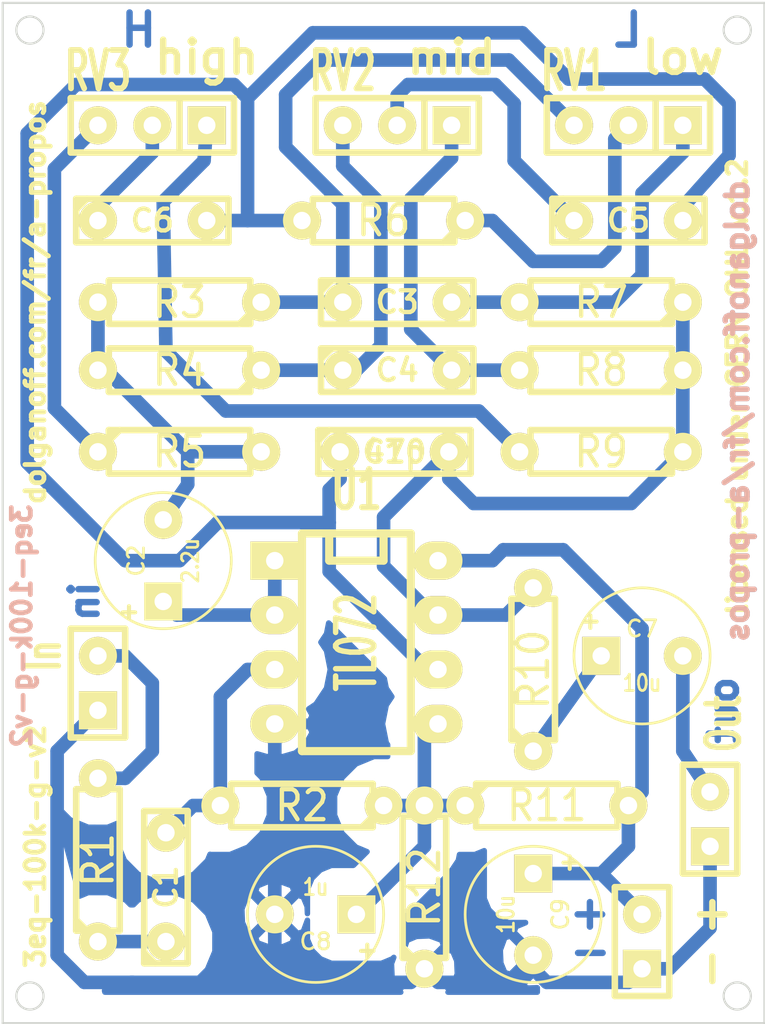
<source format=kicad_pcb>
(kicad_pcb (version 4) (host pcbnew "(2014-08-26 BZR 5101)-product")

  (general
    (links 46)
    (no_connects 0)
    (area 112.328325 75.97 148.005001 123.901708)
    (thickness 1.6)
    (drawings 26)
    (tracks 143)
    (zones 0)
    (modules 29)
    (nets 22)
  )

  (page A4)
  (layers
    (0 F.Cu signal)
    (31 B.Cu signal)
    (32 B.Adhes user hide)
    (33 F.Adhes user hide)
    (34 B.Paste user hide)
    (35 F.Paste user hide)
    (36 B.SilkS user)
    (37 F.SilkS user)
    (38 B.Mask user)
    (39 F.Mask user)
    (40 Dwgs.User user)
    (41 Cmts.User user hide)
    (42 Eco1.User user hide)
    (43 Eco2.User user hide)
    (44 Edge.Cuts user)
    (45 Margin user hide)
    (46 B.CrtYd user hide)
    (47 F.CrtYd user hide)
    (48 B.Fab user hide)
    (49 F.Fab user hide)
  )

  (setup
    (last_trace_width 0.635)
    (trace_clearance 0.508)
    (zone_clearance 1.27)
    (zone_45_only no)
    (trace_min 0.254)
    (segment_width 0.2)
    (edge_width 0.1)
    (via_size 0.889)
    (via_drill 0.635)
    (via_min_size 0.889)
    (via_min_drill 0.508)
    (uvia_size 0.508)
    (uvia_drill 0.127)
    (uvias_allowed no)
    (uvia_min_size 0.508)
    (uvia_min_drill 0.127)
    (pcb_text_width 0.3)
    (pcb_text_size 1.5 1.5)
    (mod_edge_width 0.15)
    (mod_text_size 1 1)
    (mod_text_width 0.15)
    (pad_size 1.5 1.5)
    (pad_drill 0.6)
    (pad_to_mask_clearance 0)
    (aux_axis_origin 0 0)
    (visible_elements 7FFDFFFF)
    (pcbplotparams
      (layerselection 0x00020_00000000)
      (usegerberextensions false)
      (excludeedgelayer false)
      (linewidth 0.100000)
      (plotframeref false)
      (viasonmask false)
      (mode 1)
      (useauxorigin false)
      (hpglpennumber 1)
      (hpglpenspeed 20)
      (hpglpendiameter 15)
      (hpglpenoverlay 2)
      (psnegative false)
      (psa4output false)
      (plotreference false)
      (plotvalue true)
      (plotinvisibletext true)
      (padsonsilk false)
      (subtractmaskfromsilk false)
      (outputformat 4)
      (mirror false)
      (drillshape 0)
      (scaleselection 1)
      (outputdirectory ""))
  )

  (net 0 "")
  (net 1 "Net-(C1-Pad1)")
  (net 2 "Net-(C1-Pad2)")
  (net 3 "Net-(C2-Pad1)")
  (net 4 "Net-(C2-Pad2)")
  (net 5 "Net-(C3-Pad1)")
  (net 6 "Net-(C3-Pad2)")
  (net 7 "Net-(C4-Pad1)")
  (net 8 "Net-(C4-Pad2)")
  (net 9 "Net-(C5-Pad1)")
  (net 10 "Net-(C6-Pad1)")
  (net 11 "Net-(C7-Pad1)")
  (net 12 "Net-(C7-Pad2)")
  (net 13 vRef)
  (net 14 GND)
  (net 15 v+)
  (net 16 "Net-(P1-Pad2)")
  (net 17 "Net-(R5-Pad1)")
  (net 18 "Net-(R6-Pad1)")
  (net 19 "Net-(R9-Pad2)")
  (net 20 "Net-(C10-Pad1)")
  (net 21 "Net-(C10-Pad2)")

  (net_class Default "This is the default net class."
    (clearance 0.508)
    (trace_width 0.635)
    (via_dia 0.889)
    (via_drill 0.635)
    (uvia_dia 0.508)
    (uvia_drill 0.127)
    (add_net GND)
    (add_net "Net-(C1-Pad1)")
    (add_net "Net-(C1-Pad2)")
    (add_net "Net-(C10-Pad1)")
    (add_net "Net-(C10-Pad2)")
    (add_net "Net-(C2-Pad1)")
    (add_net "Net-(C2-Pad2)")
    (add_net "Net-(C3-Pad1)")
    (add_net "Net-(C3-Pad2)")
    (add_net "Net-(C4-Pad1)")
    (add_net "Net-(C4-Pad2)")
    (add_net "Net-(C5-Pad1)")
    (add_net "Net-(C6-Pad1)")
    (add_net "Net-(C7-Pad1)")
    (add_net "Net-(C7-Pad2)")
    (add_net "Net-(P1-Pad2)")
    (add_net "Net-(R5-Pad1)")
    (add_net "Net-(R6-Pad1)")
    (add_net "Net-(R9-Pad2)")
    (add_net v+)
    (add_net vRef)
  )

  (module Custom:C2-LARGE_PADS (layer F.Cu) (tedit 51B5A1DF) (tstamp 53FDE2E0)
    (at 120.015 117.475 90)
    (descr "Condensateur = 2 pas")
    (tags C)
    (path /53FDBB5C)
    (fp_text reference C1 (at 0 0 90) (layer F.SilkS)
      (effects (font (size 1.016 1.016) (thickness 0.2032)))
    )
    (fp_text value 0.1u (at 0 0 90) (layer F.SilkS) hide
      (effects (font (size 1.016 1.016) (thickness 0.2032)))
    )
    (fp_line (start -3.556 -1.016) (end 3.556 -1.016) (layer F.SilkS) (width 0.3048))
    (fp_line (start 3.556 -1.016) (end 3.556 1.016) (layer F.SilkS) (width 0.3048))
    (fp_line (start 3.556 1.016) (end -3.556 1.016) (layer F.SilkS) (width 0.3048))
    (fp_line (start -3.556 1.016) (end -3.556 -1.016) (layer F.SilkS) (width 0.3048))
    (fp_line (start -3.556 -0.508) (end -3.048 -1.016) (layer F.SilkS) (width 0.3048))
    (pad 1 thru_hole circle (at -2.54 0 90) (size 1.778 1.778) (drill 0.8128) (layers *.Cu *.Mask F.SilkS)
      (net 1 "Net-(C1-Pad1)"))
    (pad 2 thru_hole circle (at 2.54 0 90) (size 1.778 1.778) (drill 0.8128) (layers *.Cu *.Mask F.SilkS)
      (net 2 "Net-(C1-Pad2)"))
    (model discret/capa_2pas_5x5mm.wrl
      (at (xyz 0 0 0))
      (scale (xyz 1 1 1))
      (rotate (xyz 0 0 0))
    )
  )

  (module Custom:C1.5V7-LARGE_PADS (layer F.Cu) (tedit 53FDDD10) (tstamp 53FDE2E8)
    (at 119.888 102.235 90)
    (descr "Condensateur e = 1.5 pas")
    (tags C)
    (path /53FE7685)
    (fp_text reference C2 (at 0 -1.26746 90) (layer F.SilkS)
      (effects (font (size 0.762 0.762) (thickness 0.127)))
    )
    (fp_text value 2.2u (at 0 1.27 90) (layer F.SilkS)
      (effects (font (size 0.762 0.635) (thickness 0.127)))
    )
    (fp_text user + (at -2.413 -1.651 90) (layer F.SilkS)
      (effects (font (size 0.762 0.762) (thickness 0.2032)))
    )
    (fp_circle (center 0 0) (end 0.127 -3.175) (layer F.SilkS) (width 0.127))
    (pad 1 thru_hole rect (at -1.905 0 90) (size 1.778 1.778) (drill 0.8128) (layers *.Cu *.Mask F.SilkS)
      (net 3 "Net-(C2-Pad1)"))
    (pad 2 thru_hole circle (at 1.905 0 90) (size 1.778 1.778) (drill 0.8128) (layers *.Cu *.Mask F.SilkS)
      (net 4 "Net-(C2-Pad2)"))
    (model discret/c_vert_c1v5.wrl
      (at (xyz 0 0 0))
      (scale (xyz 1.5 1.5 1.5))
      (rotate (xyz 0 0 0))
    )
  )

  (module Custom:C2-LARGE_PADS (layer F.Cu) (tedit 51B5A1DF) (tstamp 53FDE2F3)
    (at 130.81 90.17)
    (descr "Condensateur = 2 pas")
    (tags C)
    (path /53FDC2BE)
    (fp_text reference C3 (at 0 0) (layer F.SilkS)
      (effects (font (size 1.016 1.016) (thickness 0.2032)))
    )
    (fp_text value 10n (at 0 0) (layer F.SilkS) hide
      (effects (font (size 1.016 1.016) (thickness 0.2032)))
    )
    (fp_line (start -3.556 -1.016) (end 3.556 -1.016) (layer F.SilkS) (width 0.3048))
    (fp_line (start 3.556 -1.016) (end 3.556 1.016) (layer F.SilkS) (width 0.3048))
    (fp_line (start 3.556 1.016) (end -3.556 1.016) (layer F.SilkS) (width 0.3048))
    (fp_line (start -3.556 1.016) (end -3.556 -1.016) (layer F.SilkS) (width 0.3048))
    (fp_line (start -3.556 -0.508) (end -3.048 -1.016) (layer F.SilkS) (width 0.3048))
    (pad 1 thru_hole circle (at -2.54 0) (size 1.778 1.778) (drill 0.8128) (layers *.Cu *.Mask F.SilkS)
      (net 5 "Net-(C3-Pad1)"))
    (pad 2 thru_hole circle (at 2.54 0) (size 1.778 1.778) (drill 0.8128) (layers *.Cu *.Mask F.SilkS)
      (net 6 "Net-(C3-Pad2)"))
    (model discret/capa_2pas_5x5mm.wrl
      (at (xyz 0 0 0))
      (scale (xyz 1 1 1))
      (rotate (xyz 0 0 0))
    )
  )

  (module Custom:C2-LARGE_PADS (layer F.Cu) (tedit 51B5A1DF) (tstamp 53FDE2FE)
    (at 130.81 93.345)
    (descr "Condensateur = 2 pas")
    (tags C)
    (path /53FDC47C)
    (fp_text reference C4 (at 0 0) (layer F.SilkS)
      (effects (font (size 1.016 1.016) (thickness 0.2032)))
    )
    (fp_text value 1.5n (at 0 0) (layer F.SilkS) hide
      (effects (font (size 1.016 1.016) (thickness 0.2032)))
    )
    (fp_line (start -3.556 -1.016) (end 3.556 -1.016) (layer F.SilkS) (width 0.3048))
    (fp_line (start 3.556 -1.016) (end 3.556 1.016) (layer F.SilkS) (width 0.3048))
    (fp_line (start 3.556 1.016) (end -3.556 1.016) (layer F.SilkS) (width 0.3048))
    (fp_line (start -3.556 1.016) (end -3.556 -1.016) (layer F.SilkS) (width 0.3048))
    (fp_line (start -3.556 -0.508) (end -3.048 -1.016) (layer F.SilkS) (width 0.3048))
    (pad 1 thru_hole circle (at -2.54 0) (size 1.778 1.778) (drill 0.8128) (layers *.Cu *.Mask F.SilkS)
      (net 7 "Net-(C4-Pad1)"))
    (pad 2 thru_hole circle (at 2.54 0) (size 1.778 1.778) (drill 0.8128) (layers *.Cu *.Mask F.SilkS)
      (net 8 "Net-(C4-Pad2)"))
    (model discret/capa_2pas_5x5mm.wrl
      (at (xyz 0 0 0))
      (scale (xyz 1 1 1))
      (rotate (xyz 0 0 0))
    )
  )

  (module Custom:C2-LARGE_PADS (layer F.Cu) (tedit 51B5A1DF) (tstamp 53FDE309)
    (at 141.605 86.36)
    (descr "Condensateur = 2 pas")
    (tags C)
    (path /53FDCAA8)
    (fp_text reference C5 (at 0 0) (layer F.SilkS)
      (effects (font (size 1.016 1.016) (thickness 0.2032)))
    )
    (fp_text value 6.8n (at 0 0) (layer F.SilkS) hide
      (effects (font (size 1.016 1.016) (thickness 0.2032)))
    )
    (fp_line (start -3.556 -1.016) (end 3.556 -1.016) (layer F.SilkS) (width 0.3048))
    (fp_line (start 3.556 -1.016) (end 3.556 1.016) (layer F.SilkS) (width 0.3048))
    (fp_line (start 3.556 1.016) (end -3.556 1.016) (layer F.SilkS) (width 0.3048))
    (fp_line (start -3.556 1.016) (end -3.556 -1.016) (layer F.SilkS) (width 0.3048))
    (fp_line (start -3.556 -0.508) (end -3.048 -1.016) (layer F.SilkS) (width 0.3048))
    (pad 1 thru_hole circle (at -2.54 0) (size 1.778 1.778) (drill 0.8128) (layers *.Cu *.Mask F.SilkS)
      (net 9 "Net-(C5-Pad1)"))
    (pad 2 thru_hole circle (at 2.54 0) (size 1.778 1.778) (drill 0.8128) (layers *.Cu *.Mask F.SilkS)
      (net 20 "Net-(C10-Pad1)"))
    (model discret/capa_2pas_5x5mm.wrl
      (at (xyz 0 0 0))
      (scale (xyz 1 1 1))
      (rotate (xyz 0 0 0))
    )
  )

  (module Custom:C2-LARGE_PADS (layer F.Cu) (tedit 51B5A1DF) (tstamp 53FDE314)
    (at 119.38 86.36)
    (descr "Condensateur = 2 pas")
    (tags C)
    (path /53FDCDDD)
    (fp_text reference C6 (at 0 0) (layer F.SilkS)
      (effects (font (size 1.016 1.016) (thickness 0.2032)))
    )
    (fp_text value 1.5n (at 0 0) (layer F.SilkS) hide
      (effects (font (size 1.016 1.016) (thickness 0.2032)))
    )
    (fp_line (start -3.556 -1.016) (end 3.556 -1.016) (layer F.SilkS) (width 0.3048))
    (fp_line (start 3.556 -1.016) (end 3.556 1.016) (layer F.SilkS) (width 0.3048))
    (fp_line (start 3.556 1.016) (end -3.556 1.016) (layer F.SilkS) (width 0.3048))
    (fp_line (start -3.556 1.016) (end -3.556 -1.016) (layer F.SilkS) (width 0.3048))
    (fp_line (start -3.556 -0.508) (end -3.048 -1.016) (layer F.SilkS) (width 0.3048))
    (pad 1 thru_hole circle (at -2.54 0) (size 1.778 1.778) (drill 0.8128) (layers *.Cu *.Mask F.SilkS)
      (net 10 "Net-(C6-Pad1)"))
    (pad 2 thru_hole circle (at 2.54 0) (size 1.778 1.778) (drill 0.8128) (layers *.Cu *.Mask F.SilkS)
      (net 20 "Net-(C10-Pad1)"))
    (model discret/capa_2pas_5x5mm.wrl
      (at (xyz 0 0 0))
      (scale (xyz 1 1 1))
      (rotate (xyz 0 0 0))
    )
  )

  (module Custom:C1.5V7-LARGE_PADS (layer F.Cu) (tedit 53FDDD10) (tstamp 53FFC72C)
    (at 142.24 106.68)
    (descr "Condensateur e = 1.5 pas")
    (tags C)
    (path /53FDE111)
    (fp_text reference C7 (at 0 -1.26746) (layer F.SilkS)
      (effects (font (size 0.762 0.762) (thickness 0.127)))
    )
    (fp_text value 10u (at 0 1.27) (layer F.SilkS)
      (effects (font (size 0.762 0.635) (thickness 0.127)))
    )
    (fp_text user + (at -2.413 -1.651) (layer F.SilkS)
      (effects (font (size 0.762 0.762) (thickness 0.2032)))
    )
    (fp_circle (center 0 0) (end 0.127 -3.175) (layer F.SilkS) (width 0.127))
    (pad 1 thru_hole rect (at -1.905 0) (size 1.778 1.778) (drill 0.8128) (layers *.Cu *.Mask F.SilkS)
      (net 11 "Net-(C7-Pad1)"))
    (pad 2 thru_hole circle (at 1.905 0) (size 1.778 1.778) (drill 0.8128) (layers *.Cu *.Mask F.SilkS)
      (net 12 "Net-(C7-Pad2)"))
    (model discret/c_vert_c1v5.wrl
      (at (xyz 0 0 0))
      (scale (xyz 1.5 1.5 1.5))
      (rotate (xyz 0 0 0))
    )
  )

  (module Custom:C1.5V7-LARGE_PADS (layer F.Cu) (tedit 53FDDD10) (tstamp 53FDE324)
    (at 127 118.745 180)
    (descr "Condensateur e = 1.5 pas")
    (tags C)
    (path /53FDFA0B)
    (fp_text reference C8 (at 0 -1.26746 180) (layer F.SilkS)
      (effects (font (size 0.762 0.762) (thickness 0.127)))
    )
    (fp_text value 1u (at 0 1.27 180) (layer F.SilkS)
      (effects (font (size 0.762 0.635) (thickness 0.127)))
    )
    (fp_text user + (at -2.413 -1.651 180) (layer F.SilkS)
      (effects (font (size 0.762 0.762) (thickness 0.2032)))
    )
    (fp_circle (center 0 0) (end 0.127 -3.175) (layer F.SilkS) (width 0.127))
    (pad 1 thru_hole rect (at -1.905 0 180) (size 1.778 1.778) (drill 0.8128) (layers *.Cu *.Mask F.SilkS)
      (net 13 vRef))
    (pad 2 thru_hole circle (at 1.905 0 180) (size 1.778 1.778) (drill 0.8128) (layers *.Cu *.Mask F.SilkS)
      (net 14 GND))
    (model discret/c_vert_c1v5.wrl
      (at (xyz 0 0 0))
      (scale (xyz 1.5 1.5 1.5))
      (rotate (xyz 0 0 0))
    )
  )

  (module Custom:C1.5V7-LARGE_PADS (layer F.Cu) (tedit 53FDDD10) (tstamp 53FDE32C)
    (at 137.16 118.745 270)
    (descr "Condensateur e = 1.5 pas")
    (tags C)
    (path /53FDFBF8)
    (fp_text reference C9 (at 0 -1.26746 270) (layer F.SilkS)
      (effects (font (size 0.762 0.762) (thickness 0.127)))
    )
    (fp_text value 10u (at 0 1.27 270) (layer F.SilkS)
      (effects (font (size 0.762 0.635) (thickness 0.127)))
    )
    (fp_text user + (at -2.413 -1.651 270) (layer F.SilkS)
      (effects (font (size 0.762 0.762) (thickness 0.2032)))
    )
    (fp_circle (center 0 0) (end 0.127 -3.175) (layer F.SilkS) (width 0.127))
    (pad 1 thru_hole rect (at -1.905 0 270) (size 1.778 1.778) (drill 0.8128) (layers *.Cu *.Mask F.SilkS)
      (net 15 v+))
    (pad 2 thru_hole circle (at 1.905 0 270) (size 1.778 1.778) (drill 0.8128) (layers *.Cu *.Mask F.SilkS)
      (net 14 GND))
    (model discret/c_vert_c1v5.wrl
      (at (xyz 0 0 0))
      (scale (xyz 1.5 1.5 1.5))
      (rotate (xyz 0 0 0))
    )
  )

  (module Custom:SIL-2-LARGE_PADS (layer F.Cu) (tedit 53FE459A) (tstamp 53FDE336)
    (at 116.84 107.95 90)
    (descr "Connecteurs 2 pins")
    (tags "CONN DEV")
    (path /53FDEDC6)
    (fp_text reference P1 (at 0 -2.54 90) (layer F.SilkS) hide
      (effects (font (size 1.72974 1.08712) (thickness 0.27178)))
    )
    (fp_text value In (at 1.27 -2.54 90) (layer F.SilkS)
      (effects (font (size 1.524 1.016) (thickness 0.254)))
    )
    (fp_line (start -2.54 1.27) (end -2.54 -1.27) (layer F.SilkS) (width 0.3048))
    (fp_line (start -2.54 -1.27) (end 2.54 -1.27) (layer F.SilkS) (width 0.3048))
    (fp_line (start 2.54 -1.27) (end 2.54 1.27) (layer F.SilkS) (width 0.3048))
    (fp_line (start 2.54 1.27) (end -2.54 1.27) (layer F.SilkS) (width 0.3048))
    (pad 1 thru_hole rect (at -1.27 0 90) (size 1.778 1.778) (drill 0.8128) (layers *.Cu *.Mask F.SilkS)
      (net 14 GND))
    (pad 2 thru_hole circle (at 1.27 0 90) (size 1.778 1.778) (drill 0.8128) (layers *.Cu *.Mask F.SilkS)
      (net 16 "Net-(P1-Pad2)"))
  )

  (module Custom:SIL-2-LARGE_PADS (layer F.Cu) (tedit 53FE45B1) (tstamp 53FDE340)
    (at 145.415 114.3 90)
    (descr "Connecteurs 2 pins")
    (tags "CONN DEV")
    (path /53FDE8A1)
    (fp_text reference P2 (at 2.54 -2.54 90) (layer F.SilkS) hide
      (effects (font (size 1.72974 1.08712) (thickness 0.27178)))
    )
    (fp_text value Out (at 4.445 0.635 90) (layer F.SilkS)
      (effects (font (size 1.524 1.016) (thickness 0.254)))
    )
    (fp_line (start -2.54 1.27) (end -2.54 -1.27) (layer F.SilkS) (width 0.3048))
    (fp_line (start -2.54 -1.27) (end 2.54 -1.27) (layer F.SilkS) (width 0.3048))
    (fp_line (start 2.54 -1.27) (end 2.54 1.27) (layer F.SilkS) (width 0.3048))
    (fp_line (start 2.54 1.27) (end -2.54 1.27) (layer F.SilkS) (width 0.3048))
    (pad 1 thru_hole rect (at -1.27 0 90) (size 1.778 1.778) (drill 0.8128) (layers *.Cu *.Mask F.SilkS)
      (net 14 GND))
    (pad 2 thru_hole circle (at 1.27 0 90) (size 1.778 1.778) (drill 0.8128) (layers *.Cu *.Mask F.SilkS)
      (net 12 "Net-(C7-Pad2)"))
  )

  (module Custom:SIL-2-LARGE_PADS (layer F.Cu) (tedit 5400644D) (tstamp 53FDE34A)
    (at 142.24 120.015 90)
    (descr "Connecteurs 2 pins")
    (tags "CONN DEV")
    (path /53FE0641)
    (fp_text reference P3 (at -2.032 -2.54 90) (layer F.SilkS) hide
      (effects (font (size 1.72974 1.08712) (thickness 0.27178)))
    )
    (fp_text value Power (at 1.397 -2.286 90) (layer F.SilkS) hide
      (effects (font (size 1.524 1.016) (thickness 0.3048)))
    )
    (fp_line (start -2.54 1.27) (end -2.54 -1.27) (layer F.SilkS) (width 0.3048))
    (fp_line (start -2.54 -1.27) (end 2.54 -1.27) (layer F.SilkS) (width 0.3048))
    (fp_line (start 2.54 -1.27) (end 2.54 1.27) (layer F.SilkS) (width 0.3048))
    (fp_line (start 2.54 1.27) (end -2.54 1.27) (layer F.SilkS) (width 0.3048))
    (pad 1 thru_hole rect (at -1.27 0 90) (size 1.778 1.778) (drill 0.8128) (layers *.Cu *.Mask F.SilkS)
      (net 14 GND))
    (pad 2 thru_hole circle (at 1.27 0 90) (size 1.778 1.778) (drill 0.8128) (layers *.Cu *.Mask F.SilkS)
      (net 15 v+))
  )

  (module Custom:R3-LARGE_PADS (layer F.Cu) (tedit 51B5A1F4) (tstamp 53FDE358)
    (at 116.84 116.205 90)
    (descr "Resitance 3 pas")
    (tags R)
    (path /53FDBB22)
    (autoplace_cost180 10)
    (fp_text reference R1 (at 0 0 90) (layer F.SilkS)
      (effects (font (size 1.397 1.27) (thickness 0.2032)))
    )
    (fp_text value 1K (at 0 0 90) (layer F.SilkS) hide
      (effects (font (size 1.397 1.27) (thickness 0.2032)))
    )
    (fp_line (start -3.81 0) (end -3.302 0) (layer F.SilkS) (width 0.3048))
    (fp_line (start 3.81 0) (end 3.302 0) (layer F.SilkS) (width 0.3048))
    (fp_line (start 3.302 0) (end 3.302 -1.016) (layer F.SilkS) (width 0.3048))
    (fp_line (start 3.302 -1.016) (end -3.302 -1.016) (layer F.SilkS) (width 0.3048))
    (fp_line (start -3.302 -1.016) (end -3.302 1.016) (layer F.SilkS) (width 0.3048))
    (fp_line (start -3.302 1.016) (end 3.302 1.016) (layer F.SilkS) (width 0.3048))
    (fp_line (start 3.302 1.016) (end 3.302 0) (layer F.SilkS) (width 0.3048))
    (fp_line (start -3.302 -0.508) (end -2.794 -1.016) (layer F.SilkS) (width 0.3048))
    (pad 1 thru_hole circle (at -3.81 0 90) (size 1.778 1.778) (drill 0.8128) (layers *.Cu *.Mask F.SilkS)
      (net 1 "Net-(C1-Pad1)"))
    (pad 2 thru_hole circle (at 3.81 0 90) (size 1.778 1.778) (drill 0.8128) (layers *.Cu *.Mask F.SilkS)
      (net 16 "Net-(P1-Pad2)"))
    (model discret/resistor.wrl
      (at (xyz 0 0 0))
      (scale (xyz 0.3 0.3 0.3))
      (rotate (xyz 0 0 0))
    )
  )

  (module Custom:R3-LARGE_PADS (layer F.Cu) (tedit 51B5A1F4) (tstamp 53FDE366)
    (at 126.365 113.665 180)
    (descr "Resitance 3 pas")
    (tags R)
    (path /53FDBBE1)
    (autoplace_cost180 10)
    (fp_text reference R2 (at 0 0 180) (layer F.SilkS)
      (effects (font (size 1.397 1.27) (thickness 0.2032)))
    )
    (fp_text value 5Meg (at 0 0 180) (layer F.SilkS) hide
      (effects (font (size 1.397 1.27) (thickness 0.2032)))
    )
    (fp_line (start -3.81 0) (end -3.302 0) (layer F.SilkS) (width 0.3048))
    (fp_line (start 3.81 0) (end 3.302 0) (layer F.SilkS) (width 0.3048))
    (fp_line (start 3.302 0) (end 3.302 -1.016) (layer F.SilkS) (width 0.3048))
    (fp_line (start 3.302 -1.016) (end -3.302 -1.016) (layer F.SilkS) (width 0.3048))
    (fp_line (start -3.302 -1.016) (end -3.302 1.016) (layer F.SilkS) (width 0.3048))
    (fp_line (start -3.302 1.016) (end 3.302 1.016) (layer F.SilkS) (width 0.3048))
    (fp_line (start 3.302 1.016) (end 3.302 0) (layer F.SilkS) (width 0.3048))
    (fp_line (start -3.302 -0.508) (end -2.794 -1.016) (layer F.SilkS) (width 0.3048))
    (pad 1 thru_hole circle (at -3.81 0 180) (size 1.778 1.778) (drill 0.8128) (layers *.Cu *.Mask F.SilkS)
      (net 13 vRef))
    (pad 2 thru_hole circle (at 3.81 0 180) (size 1.778 1.778) (drill 0.8128) (layers *.Cu *.Mask F.SilkS)
      (net 2 "Net-(C1-Pad2)"))
    (model discret/resistor.wrl
      (at (xyz 0 0 0))
      (scale (xyz 0.3 0.3 0.3))
      (rotate (xyz 0 0 0))
    )
  )

  (module Custom:R3-LARGE_PADS (layer F.Cu) (tedit 51B5A1F4) (tstamp 53FDE374)
    (at 120.65 90.17 180)
    (descr "Resitance 3 pas")
    (tags R)
    (path /53FDC007)
    (autoplace_cost180 10)
    (fp_text reference R3 (at 0 0 180) (layer F.SilkS)
      (effects (font (size 1.397 1.27) (thickness 0.2032)))
    )
    (fp_text value 22K (at 0 0 180) (layer F.SilkS) hide
      (effects (font (size 1.397 1.27) (thickness 0.2032)))
    )
    (fp_line (start -3.81 0) (end -3.302 0) (layer F.SilkS) (width 0.3048))
    (fp_line (start 3.81 0) (end 3.302 0) (layer F.SilkS) (width 0.3048))
    (fp_line (start 3.302 0) (end 3.302 -1.016) (layer F.SilkS) (width 0.3048))
    (fp_line (start 3.302 -1.016) (end -3.302 -1.016) (layer F.SilkS) (width 0.3048))
    (fp_line (start -3.302 -1.016) (end -3.302 1.016) (layer F.SilkS) (width 0.3048))
    (fp_line (start -3.302 1.016) (end 3.302 1.016) (layer F.SilkS) (width 0.3048))
    (fp_line (start 3.302 1.016) (end 3.302 0) (layer F.SilkS) (width 0.3048))
    (fp_line (start -3.302 -0.508) (end -2.794 -1.016) (layer F.SilkS) (width 0.3048))
    (pad 1 thru_hole circle (at -3.81 0 180) (size 1.778 1.778) (drill 0.8128) (layers *.Cu *.Mask F.SilkS)
      (net 5 "Net-(C3-Pad1)"))
    (pad 2 thru_hole circle (at 3.81 0 180) (size 1.778 1.778) (drill 0.8128) (layers *.Cu *.Mask F.SilkS)
      (net 4 "Net-(C2-Pad2)"))
    (model discret/resistor.wrl
      (at (xyz 0 0 0))
      (scale (xyz 0.3 0.3 0.3))
      (rotate (xyz 0 0 0))
    )
  )

  (module Custom:R3-LARGE_PADS (layer F.Cu) (tedit 51B5A1F4) (tstamp 53FDE382)
    (at 120.65 93.345 180)
    (descr "Resitance 3 pas")
    (tags R)
    (path /53FDC033)
    (autoplace_cost180 10)
    (fp_text reference R4 (at 0 0 180) (layer F.SilkS)
      (effects (font (size 1.397 1.27) (thickness 0.2032)))
    )
    (fp_text value 10K (at 0 0 180) (layer F.SilkS) hide
      (effects (font (size 1.397 1.27) (thickness 0.2032)))
    )
    (fp_line (start -3.81 0) (end -3.302 0) (layer F.SilkS) (width 0.3048))
    (fp_line (start 3.81 0) (end 3.302 0) (layer F.SilkS) (width 0.3048))
    (fp_line (start 3.302 0) (end 3.302 -1.016) (layer F.SilkS) (width 0.3048))
    (fp_line (start 3.302 -1.016) (end -3.302 -1.016) (layer F.SilkS) (width 0.3048))
    (fp_line (start -3.302 -1.016) (end -3.302 1.016) (layer F.SilkS) (width 0.3048))
    (fp_line (start -3.302 1.016) (end 3.302 1.016) (layer F.SilkS) (width 0.3048))
    (fp_line (start 3.302 1.016) (end 3.302 0) (layer F.SilkS) (width 0.3048))
    (fp_line (start -3.302 -0.508) (end -2.794 -1.016) (layer F.SilkS) (width 0.3048))
    (pad 1 thru_hole circle (at -3.81 0 180) (size 1.778 1.778) (drill 0.8128) (layers *.Cu *.Mask F.SilkS)
      (net 7 "Net-(C4-Pad1)"))
    (pad 2 thru_hole circle (at 3.81 0 180) (size 1.778 1.778) (drill 0.8128) (layers *.Cu *.Mask F.SilkS)
      (net 4 "Net-(C2-Pad2)"))
    (model discret/resistor.wrl
      (at (xyz 0 0 0))
      (scale (xyz 0.3 0.3 0.3))
      (rotate (xyz 0 0 0))
    )
  )

  (module Custom:R3-LARGE_PADS (layer F.Cu) (tedit 51B5A1F4) (tstamp 53FDE390)
    (at 120.65 97.155)
    (descr "Resitance 3 pas")
    (tags R)
    (path /53FDCD67)
    (autoplace_cost180 10)
    (fp_text reference R5 (at 0 0) (layer F.SilkS)
      (effects (font (size 1.397 1.27) (thickness 0.2032)))
    )
    (fp_text value 4.7K (at 0 0) (layer F.SilkS) hide
      (effects (font (size 1.397 1.27) (thickness 0.2032)))
    )
    (fp_line (start -3.81 0) (end -3.302 0) (layer F.SilkS) (width 0.3048))
    (fp_line (start 3.81 0) (end 3.302 0) (layer F.SilkS) (width 0.3048))
    (fp_line (start 3.302 0) (end 3.302 -1.016) (layer F.SilkS) (width 0.3048))
    (fp_line (start 3.302 -1.016) (end -3.302 -1.016) (layer F.SilkS) (width 0.3048))
    (fp_line (start -3.302 -1.016) (end -3.302 1.016) (layer F.SilkS) (width 0.3048))
    (fp_line (start -3.302 1.016) (end 3.302 1.016) (layer F.SilkS) (width 0.3048))
    (fp_line (start 3.302 1.016) (end 3.302 0) (layer F.SilkS) (width 0.3048))
    (fp_line (start -3.302 -0.508) (end -2.794 -1.016) (layer F.SilkS) (width 0.3048))
    (pad 1 thru_hole circle (at -3.81 0) (size 1.778 1.778) (drill 0.8128) (layers *.Cu *.Mask F.SilkS)
      (net 17 "Net-(R5-Pad1)"))
    (pad 2 thru_hole circle (at 3.81 0) (size 1.778 1.778) (drill 0.8128) (layers *.Cu *.Mask F.SilkS)
      (net 4 "Net-(C2-Pad2)"))
    (model discret/resistor.wrl
      (at (xyz 0 0 0))
      (scale (xyz 0.3 0.3 0.3))
      (rotate (xyz 0 0 0))
    )
  )

  (module Custom:R3-LARGE_PADS (layer F.Cu) (tedit 51B5A1F4) (tstamp 53FDE39E)
    (at 130.175 86.36 180)
    (descr "Resitance 3 pas")
    (tags R)
    (path /53FDC703)
    (autoplace_cost180 10)
    (fp_text reference R6 (at 0 0 180) (layer F.SilkS)
      (effects (font (size 1.397 1.27) (thickness 0.2032)))
    )
    (fp_text value 22K (at 0 0 180) (layer F.SilkS) hide
      (effects (font (size 1.397 1.27) (thickness 0.2032)))
    )
    (fp_line (start -3.81 0) (end -3.302 0) (layer F.SilkS) (width 0.3048))
    (fp_line (start 3.81 0) (end 3.302 0) (layer F.SilkS) (width 0.3048))
    (fp_line (start 3.302 0) (end 3.302 -1.016) (layer F.SilkS) (width 0.3048))
    (fp_line (start 3.302 -1.016) (end -3.302 -1.016) (layer F.SilkS) (width 0.3048))
    (fp_line (start -3.302 -1.016) (end -3.302 1.016) (layer F.SilkS) (width 0.3048))
    (fp_line (start -3.302 1.016) (end 3.302 1.016) (layer F.SilkS) (width 0.3048))
    (fp_line (start 3.302 1.016) (end 3.302 0) (layer F.SilkS) (width 0.3048))
    (fp_line (start -3.302 -0.508) (end -2.794 -1.016) (layer F.SilkS) (width 0.3048))
    (pad 1 thru_hole circle (at -3.81 0 180) (size 1.778 1.778) (drill 0.8128) (layers *.Cu *.Mask F.SilkS)
      (net 18 "Net-(R6-Pad1)"))
    (pad 2 thru_hole circle (at 3.81 0 180) (size 1.778 1.778) (drill 0.8128) (layers *.Cu *.Mask F.SilkS)
      (net 20 "Net-(C10-Pad1)"))
    (model discret/resistor.wrl
      (at (xyz 0 0 0))
      (scale (xyz 0.3 0.3 0.3))
      (rotate (xyz 0 0 0))
    )
  )

  (module Custom:R3-LARGE_PADS (layer F.Cu) (tedit 51B5A1F4) (tstamp 53FDE3AC)
    (at 140.335 90.17 180)
    (descr "Resitance 3 pas")
    (tags R)
    (path /53FDC2F0)
    (autoplace_cost180 10)
    (fp_text reference R7 (at 0 0 180) (layer F.SilkS)
      (effects (font (size 1.397 1.27) (thickness 0.2032)))
    )
    (fp_text value 22K (at 0 0 180) (layer F.SilkS) hide
      (effects (font (size 1.397 1.27) (thickness 0.2032)))
    )
    (fp_line (start -3.81 0) (end -3.302 0) (layer F.SilkS) (width 0.3048))
    (fp_line (start 3.81 0) (end 3.302 0) (layer F.SilkS) (width 0.3048))
    (fp_line (start 3.302 0) (end 3.302 -1.016) (layer F.SilkS) (width 0.3048))
    (fp_line (start 3.302 -1.016) (end -3.302 -1.016) (layer F.SilkS) (width 0.3048))
    (fp_line (start -3.302 -1.016) (end -3.302 1.016) (layer F.SilkS) (width 0.3048))
    (fp_line (start -3.302 1.016) (end 3.302 1.016) (layer F.SilkS) (width 0.3048))
    (fp_line (start 3.302 1.016) (end 3.302 0) (layer F.SilkS) (width 0.3048))
    (fp_line (start -3.302 -0.508) (end -2.794 -1.016) (layer F.SilkS) (width 0.3048))
    (pad 1 thru_hole circle (at -3.81 0 180) (size 1.778 1.778) (drill 0.8128) (layers *.Cu *.Mask F.SilkS)
      (net 21 "Net-(C10-Pad2)"))
    (pad 2 thru_hole circle (at 3.81 0 180) (size 1.778 1.778) (drill 0.8128) (layers *.Cu *.Mask F.SilkS)
      (net 6 "Net-(C3-Pad2)"))
    (model discret/resistor.wrl
      (at (xyz 0 0 0))
      (scale (xyz 0.3 0.3 0.3))
      (rotate (xyz 0 0 0))
    )
  )

  (module Custom:R3-LARGE_PADS (layer F.Cu) (tedit 51B5A1F4) (tstamp 53FDE3BA)
    (at 140.335 93.345 180)
    (descr "Resitance 3 pas")
    (tags R)
    (path /53FDC506)
    (autoplace_cost180 10)
    (fp_text reference R8 (at 0 0 180) (layer F.SilkS)
      (effects (font (size 1.397 1.27) (thickness 0.2032)))
    )
    (fp_text value 10K (at 0 0 180) (layer F.SilkS) hide
      (effects (font (size 1.397 1.27) (thickness 0.2032)))
    )
    (fp_line (start -3.81 0) (end -3.302 0) (layer F.SilkS) (width 0.3048))
    (fp_line (start 3.81 0) (end 3.302 0) (layer F.SilkS) (width 0.3048))
    (fp_line (start 3.302 0) (end 3.302 -1.016) (layer F.SilkS) (width 0.3048))
    (fp_line (start 3.302 -1.016) (end -3.302 -1.016) (layer F.SilkS) (width 0.3048))
    (fp_line (start -3.302 -1.016) (end -3.302 1.016) (layer F.SilkS) (width 0.3048))
    (fp_line (start -3.302 1.016) (end 3.302 1.016) (layer F.SilkS) (width 0.3048))
    (fp_line (start 3.302 1.016) (end 3.302 0) (layer F.SilkS) (width 0.3048))
    (fp_line (start -3.302 -0.508) (end -2.794 -1.016) (layer F.SilkS) (width 0.3048))
    (pad 1 thru_hole circle (at -3.81 0 180) (size 1.778 1.778) (drill 0.8128) (layers *.Cu *.Mask F.SilkS)
      (net 21 "Net-(C10-Pad2)"))
    (pad 2 thru_hole circle (at 3.81 0 180) (size 1.778 1.778) (drill 0.8128) (layers *.Cu *.Mask F.SilkS)
      (net 8 "Net-(C4-Pad2)"))
    (model discret/resistor.wrl
      (at (xyz 0 0 0))
      (scale (xyz 0.3 0.3 0.3))
      (rotate (xyz 0 0 0))
    )
  )

  (module Custom:R3-LARGE_PADS (layer F.Cu) (tedit 51B5A1F4) (tstamp 53FDE3C8)
    (at 140.335 97.155 180)
    (descr "Resitance 3 pas")
    (tags R)
    (path /53FDC064)
    (autoplace_cost180 10)
    (fp_text reference R9 (at 0 0 180) (layer F.SilkS)
      (effects (font (size 1.397 1.27) (thickness 0.2032)))
    )
    (fp_text value 4.7K (at 0 0 180) (layer F.SilkS) hide
      (effects (font (size 1.397 1.27) (thickness 0.2032)))
    )
    (fp_line (start -3.81 0) (end -3.302 0) (layer F.SilkS) (width 0.3048))
    (fp_line (start 3.81 0) (end 3.302 0) (layer F.SilkS) (width 0.3048))
    (fp_line (start 3.302 0) (end 3.302 -1.016) (layer F.SilkS) (width 0.3048))
    (fp_line (start 3.302 -1.016) (end -3.302 -1.016) (layer F.SilkS) (width 0.3048))
    (fp_line (start -3.302 -1.016) (end -3.302 1.016) (layer F.SilkS) (width 0.3048))
    (fp_line (start -3.302 1.016) (end 3.302 1.016) (layer F.SilkS) (width 0.3048))
    (fp_line (start 3.302 1.016) (end 3.302 0) (layer F.SilkS) (width 0.3048))
    (fp_line (start -3.302 -0.508) (end -2.794 -1.016) (layer F.SilkS) (width 0.3048))
    (pad 1 thru_hole circle (at -3.81 0 180) (size 1.778 1.778) (drill 0.8128) (layers *.Cu *.Mask F.SilkS)
      (net 21 "Net-(C10-Pad2)"))
    (pad 2 thru_hole circle (at 3.81 0 180) (size 1.778 1.778) (drill 0.8128) (layers *.Cu *.Mask F.SilkS)
      (net 19 "Net-(R9-Pad2)"))
    (model discret/resistor.wrl
      (at (xyz 0 0 0))
      (scale (xyz 0.3 0.3 0.3))
      (rotate (xyz 0 0 0))
    )
  )

  (module Custom:R3-LARGE_PADS (layer F.Cu) (tedit 51B5A1F4) (tstamp 53FDE3D6)
    (at 137.16 107.315 90)
    (descr "Resitance 3 pas")
    (tags R)
    (path /53FDE08B)
    (autoplace_cost180 10)
    (fp_text reference R10 (at 0 0 90) (layer F.SilkS)
      (effects (font (size 1.397 1.27) (thickness 0.2032)))
    )
    (fp_text value 500 (at 0 0 90) (layer F.SilkS) hide
      (effects (font (size 1.397 1.27) (thickness 0.2032)))
    )
    (fp_line (start -3.81 0) (end -3.302 0) (layer F.SilkS) (width 0.3048))
    (fp_line (start 3.81 0) (end 3.302 0) (layer F.SilkS) (width 0.3048))
    (fp_line (start 3.302 0) (end 3.302 -1.016) (layer F.SilkS) (width 0.3048))
    (fp_line (start 3.302 -1.016) (end -3.302 -1.016) (layer F.SilkS) (width 0.3048))
    (fp_line (start -3.302 -1.016) (end -3.302 1.016) (layer F.SilkS) (width 0.3048))
    (fp_line (start -3.302 1.016) (end 3.302 1.016) (layer F.SilkS) (width 0.3048))
    (fp_line (start 3.302 1.016) (end 3.302 0) (layer F.SilkS) (width 0.3048))
    (fp_line (start -3.302 -0.508) (end -2.794 -1.016) (layer F.SilkS) (width 0.3048))
    (pad 1 thru_hole circle (at -3.81 0 90) (size 1.778 1.778) (drill 0.8128) (layers *.Cu *.Mask F.SilkS)
      (net 11 "Net-(C7-Pad1)"))
    (pad 2 thru_hole circle (at 3.81 0 90) (size 1.778 1.778) (drill 0.8128) (layers *.Cu *.Mask F.SilkS)
      (net 21 "Net-(C10-Pad2)"))
    (model discret/resistor.wrl
      (at (xyz 0 0 0))
      (scale (xyz 0.3 0.3 0.3))
      (rotate (xyz 0 0 0))
    )
  )

  (module Custom:R3-LARGE_PADS (layer F.Cu) (tedit 51B5A1F4) (tstamp 53FDE3E4)
    (at 137.795 113.665)
    (descr "Resitance 3 pas")
    (tags R)
    (path /53FDF903)
    (autoplace_cost180 10)
    (fp_text reference R11 (at 0 0) (layer F.SilkS)
      (effects (font (size 1.397 1.27) (thickness 0.2032)))
    )
    (fp_text value 100K (at 0 0) (layer F.SilkS) hide
      (effects (font (size 1.397 1.27) (thickness 0.2032)))
    )
    (fp_line (start -3.81 0) (end -3.302 0) (layer F.SilkS) (width 0.3048))
    (fp_line (start 3.81 0) (end 3.302 0) (layer F.SilkS) (width 0.3048))
    (fp_line (start 3.302 0) (end 3.302 -1.016) (layer F.SilkS) (width 0.3048))
    (fp_line (start 3.302 -1.016) (end -3.302 -1.016) (layer F.SilkS) (width 0.3048))
    (fp_line (start -3.302 -1.016) (end -3.302 1.016) (layer F.SilkS) (width 0.3048))
    (fp_line (start -3.302 1.016) (end 3.302 1.016) (layer F.SilkS) (width 0.3048))
    (fp_line (start 3.302 1.016) (end 3.302 0) (layer F.SilkS) (width 0.3048))
    (fp_line (start -3.302 -0.508) (end -2.794 -1.016) (layer F.SilkS) (width 0.3048))
    (pad 1 thru_hole circle (at -3.81 0) (size 1.778 1.778) (drill 0.8128) (layers *.Cu *.Mask F.SilkS)
      (net 13 vRef))
    (pad 2 thru_hole circle (at 3.81 0) (size 1.778 1.778) (drill 0.8128) (layers *.Cu *.Mask F.SilkS)
      (net 15 v+))
    (model discret/resistor.wrl
      (at (xyz 0 0 0))
      (scale (xyz 0.3 0.3 0.3))
      (rotate (xyz 0 0 0))
    )
  )

  (module Custom:R3-LARGE_PADS (layer F.Cu) (tedit 51B5A1F4) (tstamp 53FDE3F2)
    (at 132.08 117.475 90)
    (descr "Resitance 3 pas")
    (tags R)
    (path /53FDF96E)
    (autoplace_cost180 10)
    (fp_text reference R12 (at 0 0 90) (layer F.SilkS)
      (effects (font (size 1.397 1.27) (thickness 0.2032)))
    )
    (fp_text value 100K (at 0 0 90) (layer F.SilkS) hide
      (effects (font (size 1.397 1.27) (thickness 0.2032)))
    )
    (fp_line (start -3.81 0) (end -3.302 0) (layer F.SilkS) (width 0.3048))
    (fp_line (start 3.81 0) (end 3.302 0) (layer F.SilkS) (width 0.3048))
    (fp_line (start 3.302 0) (end 3.302 -1.016) (layer F.SilkS) (width 0.3048))
    (fp_line (start 3.302 -1.016) (end -3.302 -1.016) (layer F.SilkS) (width 0.3048))
    (fp_line (start -3.302 -1.016) (end -3.302 1.016) (layer F.SilkS) (width 0.3048))
    (fp_line (start -3.302 1.016) (end 3.302 1.016) (layer F.SilkS) (width 0.3048))
    (fp_line (start 3.302 1.016) (end 3.302 0) (layer F.SilkS) (width 0.3048))
    (fp_line (start -3.302 -0.508) (end -2.794 -1.016) (layer F.SilkS) (width 0.3048))
    (pad 1 thru_hole circle (at -3.81 0 90) (size 1.778 1.778) (drill 0.8128) (layers *.Cu *.Mask F.SilkS)
      (net 14 GND))
    (pad 2 thru_hole circle (at 3.81 0 90) (size 1.778 1.778) (drill 0.8128) (layers *.Cu *.Mask F.SilkS)
      (net 13 vRef))
    (model discret/resistor.wrl
      (at (xyz 0 0 0))
      (scale (xyz 0.3 0.3 0.3))
      (rotate (xyz 0 0 0))
    )
  )

  (module Custom:SIL-3-LARGE_PADS (layer F.Cu) (tedit 53FE4770) (tstamp 53FDE3FE)
    (at 141.605 81.915 180)
    (descr "Connecteur 3 pins")
    (tags "CONN DEV")
    (path /53FDC298)
    (fp_text reference RV1 (at 2.54 2.54 180) (layer F.SilkS)
      (effects (font (size 1.7907 1.07696) (thickness 0.26924)))
    )
    (fp_text value "B 100K" (at 0 -2.286 180) (layer F.SilkS) hide
      (effects (font (size 1.524 1.016) (thickness 0.3048)))
    )
    (fp_line (start -3.81 1.27) (end -3.81 -1.27) (layer F.SilkS) (width 0.3048))
    (fp_line (start -3.81 -1.27) (end 3.81 -1.27) (layer F.SilkS) (width 0.3048))
    (fp_line (start 3.81 -1.27) (end 3.81 1.27) (layer F.SilkS) (width 0.3048))
    (fp_line (start 3.81 1.27) (end -3.81 1.27) (layer F.SilkS) (width 0.3048))
    (fp_line (start -1.27 -1.27) (end -1.27 1.27) (layer F.SilkS) (width 0.3048))
    (pad 1 thru_hole rect (at -2.54 0 180) (size 1.778 1.778) (drill 0.8128) (layers *.Cu *.Mask F.SilkS)
      (net 6 "Net-(C3-Pad2)"))
    (pad 2 thru_hole circle (at 0 0 180) (size 1.778 1.778) (drill 0.8128) (layers *.Cu *.Mask F.SilkS)
      (net 18 "Net-(R6-Pad1)"))
    (pad 3 thru_hole circle (at 2.54 0 180) (size 1.778 1.778) (drill 0.8128) (layers *.Cu *.Mask F.SilkS)
      (net 5 "Net-(C3-Pad1)"))
  )

  (module Custom:SIL-3-LARGE_PADS (layer F.Cu) (tedit 53FE476D) (tstamp 53FDE40A)
    (at 130.81 81.915 180)
    (descr "Connecteur 3 pins")
    (tags "CONN DEV")
    (path /53FDC4B0)
    (fp_text reference RV2 (at 2.54 2.54 180) (layer F.SilkS)
      (effects (font (size 1.7907 1.07696) (thickness 0.26924)))
    )
    (fp_text value "B 100K" (at 0 -2.286 180) (layer F.SilkS) hide
      (effects (font (size 1.524 1.016) (thickness 0.3048)))
    )
    (fp_line (start -3.81 1.27) (end -3.81 -1.27) (layer F.SilkS) (width 0.3048))
    (fp_line (start -3.81 -1.27) (end 3.81 -1.27) (layer F.SilkS) (width 0.3048))
    (fp_line (start 3.81 -1.27) (end 3.81 1.27) (layer F.SilkS) (width 0.3048))
    (fp_line (start 3.81 1.27) (end -3.81 1.27) (layer F.SilkS) (width 0.3048))
    (fp_line (start -1.27 -1.27) (end -1.27 1.27) (layer F.SilkS) (width 0.3048))
    (pad 1 thru_hole rect (at -2.54 0 180) (size 1.778 1.778) (drill 0.8128) (layers *.Cu *.Mask F.SilkS)
      (net 8 "Net-(C4-Pad2)"))
    (pad 2 thru_hole circle (at 0 0 180) (size 1.778 1.778) (drill 0.8128) (layers *.Cu *.Mask F.SilkS)
      (net 9 "Net-(C5-Pad1)"))
    (pad 3 thru_hole circle (at 2.54 0 180) (size 1.778 1.778) (drill 0.8128) (layers *.Cu *.Mask F.SilkS)
      (net 7 "Net-(C4-Pad1)"))
  )

  (module Custom:SIL-3-LARGE_PADS (layer F.Cu) (tedit 53FE476A) (tstamp 53FDE416)
    (at 119.38 81.915 180)
    (descr "Connecteur 3 pins")
    (tags "CONN DEV")
    (path /53FDCA38)
    (fp_text reference RV3 (at 2.54 2.54 180) (layer F.SilkS)
      (effects (font (size 1.7907 1.07696) (thickness 0.26924)))
    )
    (fp_text value "B 100K" (at 0 -2.286 180) (layer F.SilkS) hide
      (effects (font (size 1.524 1.016) (thickness 0.3048)))
    )
    (fp_line (start -3.81 1.27) (end -3.81 -1.27) (layer F.SilkS) (width 0.3048))
    (fp_line (start -3.81 -1.27) (end 3.81 -1.27) (layer F.SilkS) (width 0.3048))
    (fp_line (start 3.81 -1.27) (end 3.81 1.27) (layer F.SilkS) (width 0.3048))
    (fp_line (start 3.81 1.27) (end -3.81 1.27) (layer F.SilkS) (width 0.3048))
    (fp_line (start -1.27 -1.27) (end -1.27 1.27) (layer F.SilkS) (width 0.3048))
    (pad 1 thru_hole rect (at -2.54 0 180) (size 1.778 1.778) (drill 0.8128) (layers *.Cu *.Mask F.SilkS)
      (net 19 "Net-(R9-Pad2)"))
    (pad 2 thru_hole circle (at 0 0 180) (size 1.778 1.778) (drill 0.8128) (layers *.Cu *.Mask F.SilkS)
      (net 10 "Net-(C6-Pad1)"))
    (pad 3 thru_hole circle (at 2.54 0 180) (size 1.778 1.778) (drill 0.8128) (layers *.Cu *.Mask F.SilkS)
      (net 17 "Net-(R5-Pad1)"))
  )

  (module Custom:DIP-8_LARGE_PADS (layer F.Cu) (tedit 53FF0A7B) (tstamp 53FE25BF)
    (at 128.905 106.045 270)
    (descr "8 pins DIL package, elliptical pads")
    (tags DIL)
    (path /53FDBA23)
    (fp_text reference U1 (at -7.112 0 360) (layer F.SilkS)
      (effects (font (size 1.778 1.143) (thickness 0.3048)))
    )
    (fp_text value TL072 (at 0 0 270) (layer F.SilkS)
      (effects (font (size 1.778 1.016) (thickness 0.3048)))
    )
    (fp_line (start -5.08 -1.27) (end -3.81 -1.27) (layer F.SilkS) (width 0.381))
    (fp_line (start -3.81 -1.27) (end -3.81 1.27) (layer F.SilkS) (width 0.381))
    (fp_line (start -3.81 1.27) (end -5.08 1.27) (layer F.SilkS) (width 0.381))
    (fp_line (start -5.08 -2.54) (end 5.08 -2.54) (layer F.SilkS) (width 0.381))
    (fp_line (start 5.08 -2.54) (end 5.08 2.54) (layer F.SilkS) (width 0.381))
    (fp_line (start 5.08 2.54) (end -5.08 2.54) (layer F.SilkS) (width 0.381))
    (fp_line (start -5.08 2.54) (end -5.08 -2.54) (layer F.SilkS) (width 0.381))
    (pad 1 thru_hole rect (at -3.81 3.81 270) (size 1.778 2.286) (drill 0.8128) (layers *.Cu *.Mask F.SilkS)
      (net 3 "Net-(C2-Pad1)"))
    (pad 2 thru_hole oval (at -1.27 3.81 270) (size 1.778 2.286) (drill 0.8128) (layers *.Cu *.Mask F.SilkS)
      (net 3 "Net-(C2-Pad1)"))
    (pad 3 thru_hole oval (at 1.27 3.81 270) (size 1.778 2.286) (drill 0.8128) (layers *.Cu *.Mask F.SilkS)
      (net 2 "Net-(C1-Pad2)"))
    (pad 4 thru_hole oval (at 3.81 3.81 270) (size 1.778 2.286) (drill 0.8128) (layers *.Cu *.Mask F.SilkS)
      (net 14 GND))
    (pad 5 thru_hole oval (at 3.81 -3.81 270) (size 1.778 2.286) (drill 0.8128) (layers *.Cu *.Mask F.SilkS)
      (net 13 vRef))
    (pad 6 thru_hole oval (at 1.27 -3.81 270) (size 1.778 2.286) (drill 0.8128) (layers *.Cu *.Mask F.SilkS)
      (net 20 "Net-(C10-Pad1)"))
    (pad 7 thru_hole oval (at -1.27 -3.81 270) (size 1.778 2.286) (drill 0.8128) (layers *.Cu *.Mask F.SilkS)
      (net 21 "Net-(C10-Pad2)"))
    (pad 8 thru_hole oval (at -3.81 -3.81 270) (size 1.778 2.286) (drill 0.8128) (layers *.Cu *.Mask F.SilkS)
      (net 15 v+))
    (model dil/dil_8.wrl
      (at (xyz 0 0 0))
      (scale (xyz 1 1 1))
      (rotate (xyz 0 0 0))
    )
  )

  (module Custom:C2-LARGE_PADS (layer F.Cu) (tedit 53FE4528) (tstamp 54032413)
    (at 130.683 97.155)
    (descr "Condensateur = 2 pas")
    (tags C)
    (path /54033D31)
    (fp_text reference C10 (at 0 0) (layer F.SilkS)
      (effects (font (size 1.016 1.016) (thickness 0.2032)))
    )
    (fp_text value 47p (at 0 0) (layer F.SilkS)
      (effects (font (size 1.016 1.016) (thickness 0.2032)))
    )
    (fp_line (start -3.556 -1.016) (end 3.556 -1.016) (layer F.SilkS) (width 0.3048))
    (fp_line (start 3.556 -1.016) (end 3.556 1.016) (layer F.SilkS) (width 0.3048))
    (fp_line (start 3.556 1.016) (end -3.556 1.016) (layer F.SilkS) (width 0.3048))
    (fp_line (start -3.556 1.016) (end -3.556 -1.016) (layer F.SilkS) (width 0.3048))
    (fp_line (start -3.556 -0.508) (end -3.048 -1.016) (layer F.SilkS) (width 0.3048))
    (pad 1 thru_hole circle (at -2.54 0) (size 1.778 1.778) (drill 0.8128) (layers *.Cu *.Mask F.SilkS)
      (net 20 "Net-(C10-Pad1)"))
    (pad 2 thru_hole circle (at 2.54 0) (size 1.778 1.778) (drill 0.8128) (layers *.Cu *.Mask F.SilkS)
      (net 21 "Net-(C10-Pad2)"))
    (model discret/capa_2pas_5x5mm.wrl
      (at (xyz 0 0 0))
      (scale (xyz 1 1 1))
      (rotate (xyz 0 0 0))
    )
  )

  (gr_text 3eq-100k-g-v2 (at 113.919 115.57 90) (layer F.SilkS)
    (effects (font (size 0.889 0.889) (thickness 0.22225)))
  )
  (gr_text dolganoff.com/fr/a-propos (at 113.919 90.17 90) (layer F.SilkS)
    (effects (font (size 0.889 0.889) (thickness 0.22225)))
  )
  (gr_text "licensed under CERN OHL v.1.2" (at 146.685 94.107 90) (layer F.SilkS)
    (effects (font (size 0.889 0.889) (thickness 0.22225)))
  )
  (gr_text dolganoff.com/fr/a-propos (at 146.685 95.25 90) (layer B.SilkS)
    (effects (font (size 1.016 1.016) (thickness 0.254)) (justify mirror))
  )
  (gr_text 3eq-100k-g-v2 (at 113.284 105.283 90) (layer B.SilkS)
    (effects (font (size 0.889 0.889) (thickness 0.22225)) (justify mirror))
  )
  (gr_text H (at 118.745 77.47) (layer B.Cu)
    (effects (font (size 1.5 1.5) (thickness 0.3)) (justify mirror))
  )
  (gr_text L (at 141.605 77.47) (layer B.Cu)
    (effects (font (size 1.5 1.5) (thickness 0.3)) (justify mirror))
  )
  (gr_text out (at 146.05 109.22 90) (layer B.Cu)
    (effects (font (size 1.27 1.27) (thickness 0.3)) (justify mirror))
  )
  (gr_text in (at 116.205 104.14 90) (layer B.Cu)
    (effects (font (size 1.27 1.27) (thickness 0.3)) (justify mirror))
  )
  (gr_text + (at 139.7 118.745 90) (layer B.Cu)
    (effects (font (size 1.5 1.5) (thickness 0.3)) (justify mirror))
  )
  (gr_text - (at 139.827 120.65 180) (layer B.Cu)
    (effects (font (size 1.5 1.5) (thickness 0.3)) (justify mirror))
  )
  (gr_text + (at 145.415 118.745 90) (layer F.SilkS)
    (effects (font (size 1.5 1.5) (thickness 0.3)))
  )
  (gr_text - (at 145.415 121.285 90) (layer F.SilkS)
    (effects (font (size 1.5 1.5) (thickness 0.3)))
  )
  (gr_line (start 112.395 123.825) (end 147.955 123.825) (angle 90) (layer Edge.Cuts) (width 0.1))
  (gr_line (start 112.395 76.2) (end 147.955 76.2) (angle 90) (layer Edge.Cuts) (width 0.1))
  (gr_text high (at 121.92 78.74) (layer F.SilkS)
    (effects (font (size 1.5 1.5) (thickness 0.3)))
  )
  (gr_text mid (at 133.35 78.74) (layer F.SilkS)
    (effects (font (size 1.5 1.5) (thickness 0.3)))
  )
  (gr_text low (at 144.145 78.74) (layer F.SilkS)
    (effects (font (size 1.5 1.5) (thickness 0.3)))
  )
  (gr_circle (center 113.665 122.555) (end 114.3 122.555) (layer Edge.Cuts) (width 0.1))
  (gr_circle (center 146.685 122.555) (end 147.32 122.555) (layer Edge.Cuts) (width 0.1))
  (gr_circle (center 146.685 77.47) (end 146.685 78.105) (layer Edge.Cuts) (width 0.1))
  (gr_circle (center 113.665 77.47) (end 114.3 77.47) (layer Edge.Cuts) (width 0.1))
  (gr_text 3eq-100k-g-v2 (at 113.284 105.283 90) (layer B.Cu)
    (effects (font (size 0.889 0.889) (thickness 0.2032)) (justify mirror))
  )
  (gr_text dolganoff.com/fr/a-propos (at 146.685 95.25 90) (layer B.Cu)
    (effects (font (size 1.016 1.016) (thickness 0.254)) (justify mirror))
  )
  (gr_line (start 112.395 123.825) (end 112.395 76.2) (angle 90) (layer Edge.Cuts) (width 0.1))
  (gr_line (start 147.955 76.2) (end 147.955 123.825) (angle 90) (layer Edge.Cuts) (width 0.1))

  (segment (start 116.84 120.015) (end 120.015 120.015) (width 0.635) (layer B.Cu) (net 1) (status 30))
  (segment (start 120.015 114.935) (end 121.285 113.665) (width 0.635) (layer B.Cu) (net 2) (status 10))
  (segment (start 121.285 113.665) (end 122.555 113.665) (width 0.635) (layer B.Cu) (net 2) (tstamp 53FDFF92) (status 20))
  (segment (start 122.555 113.665) (end 122.555 108.585) (width 0.635) (layer B.Cu) (net 2) (status 10))
  (segment (start 123.825 107.315) (end 125.095 107.315) (width 0.635) (layer B.Cu) (net 2) (tstamp 53FDE7DF) (status 20))
  (segment (start 122.555 108.585) (end 123.825 107.315) (width 0.635) (layer B.Cu) (net 2) (tstamp 53FDE7F5))
  (segment (start 125.095 102.235) (end 125.095 104.775) (width 0.635) (layer B.Cu) (net 3) (status 30))
  (segment (start 120.523 104.775) (end 119.888 104.14) (width 0.635) (layer B.Cu) (net 3) (status 30))
  (segment (start 125.095 104.775) (end 120.523 104.775) (width 0.635) (layer B.Cu) (net 3) (status 20))
  (segment (start 116.84 93.345) (end 116.84 90.17) (width 0.635) (layer B.Cu) (net 4) (status 30))
  (segment (start 117.221 93.345) (end 116.84 93.345) (width 0.635) (layer B.Cu) (net 4) (tstamp 53FE06E0) (status 30))
  (segment (start 121.031 97.155) (end 117.221 93.345) (width 0.635) (layer B.Cu) (net 4) (tstamp 53FE06DE) (status 20))
  (segment (start 124.46 97.155) (end 121.031 97.155) (width 0.635) (layer B.Cu) (net 4) (status 10))
  (segment (start 121.031 98.679) (end 121.031 97.155) (width 0.635) (layer B.Cu) (net 4) (tstamp 53FE06FD))
  (segment (start 119.888 100.33) (end 121.031 98.679) (width 0.635) (layer B.Cu) (net 4) (status 10))
  (segment (start 128.27 90.17) (end 124.46 90.17) (width 0.635) (layer B.Cu) (net 5) (status 30))
  (segment (start 136.016991 78.866991) (end 139.065 81.915) (width 0.635) (layer B.Cu) (net 5) (status 20))
  (segment (start 128.27 90.17) (end 128.27 85.598) (width 0.635) (layer B.Cu) (net 5) (status 10))
  (segment (start 128.27 85.598) (end 125.603 82.931) (width 0.635) (layer B.Cu) (net 5))
  (segment (start 125.603 82.931) (end 125.603 80.48346) (width 0.635) (layer B.Cu) (net 5))
  (segment (start 125.603 80.48346) (end 127.219469 78.866991) (width 0.635) (layer B.Cu) (net 5))
  (segment (start 127.219469 78.866991) (end 136.016991 78.866991) (width 0.635) (layer B.Cu) (net 5))
  (segment (start 133.35 90.17) (end 136.525 90.17) (width 0.635) (layer B.Cu) (net 6) (status 30))
  (segment (start 144.145 83.185) (end 142.24 85.09) (width 0.635) (layer B.Cu) (net 6) (tstamp 53FE0871))
  (segment (start 142.24 85.09) (end 142.24 88.9) (width 0.635) (layer B.Cu) (net 6) (tstamp 53FE0874))
  (segment (start 142.24 88.9) (end 140.97 90.17) (width 0.635) (layer B.Cu) (net 6) (tstamp 53FE0877))
  (segment (start 140.97 90.17) (end 136.525 90.17) (width 0.635) (layer B.Cu) (net 6) (tstamp 53FE0879) (status 20))
  (segment (start 144.145 81.915) (end 144.145 83.185) (width 0.635) (layer B.Cu) (net 6) (status 10))
  (segment (start 128.27 93.345) (end 124.46 93.345) (width 0.635) (layer B.Cu) (net 7) (status 30))
  (segment (start 128.27 83.82) (end 128.27 81.915) (width 0.635) (layer B.Cu) (net 7) (status 20))
  (segment (start 130.048 85.598) (end 128.27 83.82) (width 0.635) (layer B.Cu) (net 7))
  (segment (start 130.048 92.202) (end 130.048 85.598) (width 0.635) (layer B.Cu) (net 7))
  (segment (start 128.905 93.345) (end 130.048 92.202) (width 0.635) (layer B.Cu) (net 7) (status 10))
  (segment (start 128.27 93.345) (end 128.905 93.345) (width 0.635) (layer B.Cu) (net 7) (status 30))
  (segment (start 133.35 93.345) (end 136.525 93.345) (width 0.635) (layer B.Cu) (net 8) (status 30))
  (segment (start 131.445 91.44) (end 131.445 85.344) (width 0.635) (layer B.Cu) (net 8) (tstamp 53FE09B7))
  (segment (start 131.445 85.344) (end 133.35 83.439) (width 0.635) (layer B.Cu) (net 8) (tstamp 53FE09BA))
  (segment (start 133.35 83.439) (end 133.35 81.915) (width 0.635) (layer B.Cu) (net 8) (tstamp 53FE09C2) (status 20))
  (segment (start 133.35 93.345) (end 131.445 91.44) (width 0.635) (layer B.Cu) (net 8) (status 10))
  (segment (start 136.271 83.566) (end 139.065 86.36) (width 0.635) (layer B.Cu) (net 9) (status 20))
  (segment (start 136.271 80.899) (end 136.271 83.566) (width 0.635) (layer B.Cu) (net 9))
  (segment (start 135.382 80.01) (end 136.271 80.899) (width 0.635) (layer B.Cu) (net 9))
  (segment (start 131.318 80.01) (end 135.382 80.01) (width 0.635) (layer B.Cu) (net 9))
  (segment (start 130.81 80.518) (end 131.318 80.01) (width 0.635) (layer B.Cu) (net 9))
  (segment (start 130.81 81.915) (end 130.81 80.518) (width 0.635) (layer B.Cu) (net 9) (status 10))
  (segment (start 116.84 86.36) (end 116.84 85.725) (width 0.635) (layer B.Cu) (net 10) (status 30))
  (segment (start 119.38 83.185) (end 119.38 81.915) (width 0.635) (layer B.Cu) (net 10) (tstamp 53FE022F) (status 20))
  (segment (start 116.84 85.725) (end 119.38 83.185) (width 0.635) (layer B.Cu) (net 10) (tstamp 53FE022E) (status 10))
  (segment (start 137.16 111.125) (end 140.335 106.68) (width 0.635) (layer B.Cu) (net 11) (status 30))
  (segment (start 144.145 111.125) (end 145.415 113.03) (width 0.635) (layer B.Cu) (net 12) (status 20))
  (segment (start 144.145 106.68) (end 144.145 111.125) (width 0.635) (layer B.Cu) (net 12) (status 10))
  (segment (start 132.08 113.665) (end 130.175 113.665) (width 0.635) (layer B.Cu) (net 13) (status 30))
  (segment (start 132.08 113.665) (end 133.985 113.665) (width 0.635) (layer B.Cu) (net 13) (status 30))
  (segment (start 132.08 115.57) (end 128.905 118.745) (width 0.635) (layer B.Cu) (net 13) (status 20))
  (segment (start 132.08 113.665) (end 132.08 115.57) (width 0.635) (layer B.Cu) (net 13) (status 10))
  (segment (start 132.08 110.49) (end 132.715 109.855) (width 0.635) (layer B.Cu) (net 13) (tstamp 53FE074F) (status 30))
  (segment (start 132.08 113.665) (end 132.08 110.49) (width 0.635) (layer B.Cu) (net 13) (status 30))
  (segment (start 116.84 109.22) (end 114.935 111.125) (width 0.635) (layer B.Cu) (net 14) (status 10))
  (segment (start 114.935 111.125) (end 114.935 120.65) (width 0.635) (layer B.Cu) (net 14))
  (segment (start 114.935 120.65) (end 116.205 121.92) (width 0.635) (layer B.Cu) (net 14))
  (segment (start 116.205 121.92) (end 125.095 121.92) (width 0.635) (layer B.Cu) (net 14))
  (segment (start 125.095 121.92) (end 125.095 118.745) (width 0.635) (layer B.Cu) (net 14) (status 20))
  (segment (start 142.24 121.285) (end 143.51 121.285) (width 0.635) (layer B.Cu) (net 14) (status 10))
  (segment (start 145.415 119.38) (end 145.415 115.57) (width 0.635) (layer B.Cu) (net 14) (tstamp 53FDE754) (status 20))
  (segment (start 143.51 121.285) (end 145.415 119.38) (width 0.635) (layer B.Cu) (net 14) (tstamp 53FDE753))
  (segment (start 125.095 118.745) (end 125.095 109.855) (width 0.635) (layer B.Cu) (net 14) (status 30))
  (segment (start 137.16 120.65) (end 137.16 121.285) (width 0.635) (layer B.Cu) (net 14) (status 30))
  (segment (start 131.445 121.92) (end 132.08 121.285) (width 0.635) (layer B.Cu) (net 14) (status 20))
  (segment (start 125.095 121.92) (end 131.445 121.92) (width 0.635) (layer B.Cu) (net 14))
  (segment (start 136.525 121.92) (end 137.16 121.285) (width 0.635) (layer B.Cu) (net 14) (status 20))
  (segment (start 132.715 121.92) (end 136.525 121.92) (width 0.635) (layer B.Cu) (net 14))
  (segment (start 132.08 121.285) (end 132.715 121.92) (width 0.635) (layer B.Cu) (net 14) (status 10))
  (segment (start 141.605 121.92) (end 142.24 121.285) (width 0.635) (layer B.Cu) (net 14) (status 30))
  (segment (start 137.795 121.92) (end 141.605 121.92) (width 0.635) (layer B.Cu) (net 14) (status 20))
  (segment (start 137.16 121.285) (end 137.795 121.92) (width 0.635) (layer B.Cu) (net 14) (status 10))
  (segment (start 137.16 116.84) (end 140.335 116.84) (width 0.635) (layer B.Cu) (net 15) (status 10))
  (segment (start 140.335 116.84) (end 142.24 118.745) (width 0.635) (layer B.Cu) (net 15) (tstamp 53FDE808) (status 20))
  (segment (start 141.605 115.57) (end 141.605 113.665) (width 0.635) (layer B.Cu) (net 15) (status 20))
  (segment (start 140.335 116.84) (end 141.605 115.57) (width 0.635) (layer B.Cu) (net 15))
  (segment (start 142.24 113.03) (end 141.605 113.665) (width 0.635) (layer B.Cu) (net 15) (status 20))
  (segment (start 142.24 105.41) (end 142.24 113.03) (width 0.635) (layer B.Cu) (net 15))
  (segment (start 138.557 101.727) (end 142.24 105.41) (width 0.635) (layer B.Cu) (net 15))
  (segment (start 135.763 101.727) (end 138.557 101.727) (width 0.635) (layer B.Cu) (net 15))
  (segment (start 135.255 102.235) (end 135.763 101.727) (width 0.635) (layer B.Cu) (net 15))
  (segment (start 132.715 102.235) (end 135.255 102.235) (width 0.635) (layer B.Cu) (net 15) (status 10))
  (segment (start 116.84 106.68) (end 118.11 106.68) (width 0.635) (layer B.Cu) (net 16) (status 10))
  (segment (start 118.11 112.395) (end 119.38 111.125) (width 0.635) (layer B.Cu) (net 16) (tstamp 53FDFF95))
  (segment (start 119.38 111.125) (end 119.38 107.95) (width 0.635) (layer B.Cu) (net 16) (tstamp 53FDFF96))
  (segment (start 119.38 107.95) (end 118.11 106.68) (width 0.635) (layer B.Cu) (net 16) (tstamp 53FDFF97))
  (segment (start 118.11 112.395) (end 116.84 112.395) (width 0.635) (layer B.Cu) (net 16) (status 20))
  (segment (start 114.808 95.123) (end 114.808 83.947) (width 0.635) (layer B.Cu) (net 17) (tstamp 53FE06E5))
  (segment (start 114.808 83.947) (end 116.84 81.915) (width 0.635) (layer B.Cu) (net 17) (tstamp 53FE06EF) (status 20))
  (segment (start 116.84 97.155) (end 114.808 95.123) (width 0.635) (layer B.Cu) (net 17) (status 10))
  (segment (start 140.97 87.63) (end 140.335 88.265) (width 0.635) (layer B.Cu) (net 18) (tstamp 53FE087F))
  (segment (start 140.97 87.63) (end 140.97 82.55) (width 0.635) (layer B.Cu) (net 18))
  (segment (start 135.255 86.36) (end 137.16 88.265) (width 0.635) (layer B.Cu) (net 18) (tstamp 53FE0844))
  (segment (start 137.16 88.265) (end 140.335 88.265) (width 0.635) (layer B.Cu) (net 18) (tstamp 53FE0845))
  (segment (start 135.255 86.36) (end 133.985 86.36) (width 0.635) (layer B.Cu) (net 18) (status 20))
  (segment (start 141.605 81.915) (end 140.97 82.55) (width 0.635) (layer B.Cu) (net 18) (tstamp 53FE086B) (status 10))
  (segment (start 134.62 95.25) (end 136.525 97.155) (width 0.635) (layer B.Cu) (net 19))
  (segment (start 122.809 95.25) (end 134.62 95.25) (width 0.635) (layer B.Cu) (net 19))
  (segment (start 120.015 92.456) (end 122.809 95.25) (width 0.635) (layer B.Cu) (net 19))
  (segment (start 119.888 85.471) (end 120.015 92.456) (width 0.635) (layer B.Cu) (net 19))
  (segment (start 121.793 83.566) (end 119.888 85.471) (width 0.635) (layer B.Cu) (net 19))
  (segment (start 121.92 81.915) (end 121.793 83.566) (width 0.635) (layer B.Cu) (net 19))
  (segment (start 132.715 107.315) (end 132.08 107.315) (width 0.635) (layer B.Cu) (net 20) (status 30))
  (segment (start 123.825 86.36) (end 126.365 86.36) (width 0.635) (layer B.Cu) (net 20) (tstamp 53FE08C9) (status 20))
  (segment (start 121.92 86.36) (end 123.825 86.36) (width 0.635) (layer B.Cu) (net 20) (status 10))
  (segment (start 123.825 86.36) (end 123.825 80.645) (width 0.635) (layer B.Cu) (net 20))
  (segment (start 127.635 102.743) (end 127.635 100.457) (width 0.635) (layer B.Cu) (net 20))
  (segment (start 132.207 107.315) (end 127.635 102.743) (width 0.635) (layer B.Cu) (net 20) (status 10))
  (segment (start 132.715 107.315) (end 132.207 107.315) (width 0.635) (layer B.Cu) (net 20) (status 30))
  (segment (start 144.145 85.725) (end 144.145 86.36) (width 0.635) (layer B.Cu) (net 20) (status 30))
  (segment (start 146.304 83.312) (end 144.145 85.725) (width 0.635) (layer B.Cu) (net 20) (status 20))
  (segment (start 146.304 80.899) (end 146.304 83.312) (width 0.635) (layer B.Cu) (net 20))
  (segment (start 145.161 79.756) (end 146.304 80.899) (width 0.635) (layer B.Cu) (net 20))
  (segment (start 138.811 79.756) (end 145.161 79.756) (width 0.635) (layer B.Cu) (net 20))
  (segment (start 136.652 77.597) (end 138.811 79.756) (width 0.635) (layer B.Cu) (net 20))
  (segment (start 126.873 77.597) (end 136.652 77.597) (width 0.635) (layer B.Cu) (net 20))
  (segment (start 123.825 80.645) (end 126.873 77.597) (width 0.635) (layer B.Cu) (net 20))
  (segment (start 127.635 98.920235) (end 127.635 100.457) (width 0.635) (layer B.Cu) (net 20))
  (segment (start 128.143 98.412235) (end 127.635 98.920235) (width 0.635) (layer B.Cu) (net 20))
  (segment (start 128.143 97.155) (end 128.143 98.412235) (width 0.635) (layer B.Cu) (net 20))
  (segment (start 123.19 80.01) (end 123.825 80.645) (width 0.635) (layer B.Cu) (net 20))
  (segment (start 115.824 80.01) (end 123.19 80.01) (width 0.635) (layer B.Cu) (net 20))
  (segment (start 113.538 82.296) (end 115.824 80.01) (width 0.635) (layer B.Cu) (net 20))
  (segment (start 113.538 97.663) (end 113.538 82.296) (width 0.635) (layer B.Cu) (net 20))
  (segment (start 118.11 102.235) (end 113.538 97.663) (width 0.635) (layer B.Cu) (net 20))
  (segment (start 120.65 102.235) (end 118.11 102.235) (width 0.635) (layer B.Cu) (net 20))
  (segment (start 122.428 100.457) (end 120.65 102.235) (width 0.635) (layer B.Cu) (net 20))
  (segment (start 127.635 100.457) (end 122.428 100.457) (width 0.635) (layer B.Cu) (net 20))
  (segment (start 144.145 93.345) (end 144.145 97.155) (width 0.635) (layer B.Cu) (net 21) (status 30))
  (segment (start 144.145 90.17) (end 144.145 93.345) (width 0.635) (layer B.Cu) (net 21) (status 30))
  (segment (start 132.715 104.775) (end 135.89 104.775) (width 0.635) (layer B.Cu) (net 21) (status 10))
  (segment (start 135.89 104.775) (end 137.16 103.505) (width 0.635) (layer B.Cu) (net 21) (tstamp 53FDE7C4) (status 20))
  (segment (start 132.461 104.775) (end 130.175 102.489) (width 0.635) (layer B.Cu) (net 21))
  (segment (start 132.715 104.775) (end 132.461 104.775) (width 0.635) (layer B.Cu) (net 21))
  (segment (start 130.175 100.203) (end 133.223 97.155) (width 0.635) (layer B.Cu) (net 21))
  (segment (start 130.175 102.489) (end 130.175 100.203) (width 0.635) (layer B.Cu) (net 21))
  (segment (start 133.223 98.412235) (end 134.378765 99.568) (width 0.635) (layer B.Cu) (net 21))
  (segment (start 133.223 97.155) (end 133.223 98.412235) (width 0.635) (layer B.Cu) (net 21))
  (segment (start 141.732 99.568) (end 144.145 97.155) (width 0.635) (layer B.Cu) (net 21))
  (segment (start 134.378765 99.568) (end 141.732 99.568) (width 0.635) (layer B.Cu) (net 21))

  (zone (net 14) (net_name GND) (layer B.Cu) (tstamp 5407A463) (hatch edge 0.508)
    (connect_pads (clearance 1.27))
    (min_thickness 0.254)
    (fill yes (arc_segments 16) (thermal_gap 0.508) (thermal_bridge_width 0.508))
    (polygon
      (pts
        (xy 115.316 77.089) (xy 142.621 77.216) (xy 147.193 98.044) (xy 137.795 123.317) (xy 117.348 123.571)
        (xy 112.268 104.267) (xy 115.316 76.962)
      )
    )
    (filled_polygon
      (pts
        (xy 116.987 109.347) (xy 116.967 109.347) (xy 116.967 109.367) (xy 116.713 109.367) (xy 116.713 109.347)
        (xy 116.693 109.347) (xy 116.693 109.093) (xy 116.713 109.093) (xy 116.713 109.073) (xy 116.967 109.073)
        (xy 116.967 109.093) (xy 116.987 109.093) (xy 116.987 109.347)
      )
    )
    (filled_polygon
      (pts
        (xy 131.007801 122.17759) (xy 130.893212 122.29218) (xy 130.979032 122.378) (xy 125.987591 122.378) (xy 125.987591 119.817196)
        (xy 125.095 118.924605) (xy 124.915395 119.10421) (xy 124.915395 118.745) (xy 124.022804 117.852409) (xy 123.767461 117.937467)
        (xy 123.559484 118.506965) (xy 123.585277 119.1127) (xy 123.767461 119.552533) (xy 124.022804 119.637591) (xy 124.915395 118.745)
        (xy 124.915395 119.10421) (xy 124.202409 119.817196) (xy 124.287467 120.072539) (xy 124.856965 120.280516) (xy 125.4627 120.254723)
        (xy 125.902533 120.072539) (xy 125.987591 119.817196) (xy 125.987591 122.378) (xy 117.165376 122.378) (xy 117.145183 122.301267)
        (xy 117.292719 122.301396) (xy 118.133223 121.954106) (xy 118.358221 121.7295) (xy 118.496436 121.7295) (xy 118.718395 121.951846)
        (xy 119.558292 122.300602) (xy 120.467719 122.301396) (xy 121.308223 121.954106) (xy 121.951846 121.311605) (xy 122.300602 120.471708)
        (xy 122.301396 119.562281) (xy 121.954106 118.721777) (xy 121.311605 118.078154) (xy 120.471708 117.729398) (xy 119.562281 117.728604)
        (xy 118.721777 118.075894) (xy 118.496778 118.3005) (xy 118.358563 118.3005) (xy 118.136605 118.078154) (xy 117.296708 117.729398)
        (xy 116.387281 117.728604) (xy 115.985534 117.894602) (xy 114.839477 113.539584) (xy 114.900894 113.688223) (xy 115.543395 114.331846)
        (xy 116.383292 114.680602) (xy 117.292719 114.681396) (xy 117.729378 114.500971) (xy 117.728604 115.387719) (xy 118.075894 116.228223)
        (xy 118.718395 116.871846) (xy 119.558292 117.220602) (xy 120.467719 117.221396) (xy 121.308223 116.874106) (xy 121.951846 116.231605)
        (xy 122.072905 115.94006) (xy 122.098292 115.950602) (xy 123.007719 115.951396) (xy 123.848223 115.604106) (xy 124.491846 114.961605)
        (xy 124.840602 114.121708) (xy 124.841396 113.212281) (xy 124.494106 112.371777) (xy 124.2695 112.146778) (xy 124.2695 111.251427)
        (xy 124.714 111.379) (xy 124.968 111.379) (xy 124.968 109.982) (xy 124.948 109.982) (xy 124.948 109.728)
        (xy 124.968 109.728) (xy 124.968 109.708) (xy 125.222 109.708) (xy 125.222 109.728) (xy 126.70833 109.728)
        (xy 126.829134 109.491987) (xy 126.805593 109.389122) (xy 126.677172 109.157314) (xy 127.015208 108.931446) (xy 127.510751 108.189814)
        (xy 127.684762 107.315) (xy 127.510751 106.440186) (xy 127.246695 106.045) (xy 127.510751 105.649814) (xy 127.611357 105.144027)
        (xy 130.210382 107.743051) (xy 130.299249 108.189814) (xy 130.563304 108.585) (xy 130.299249 108.980186) (xy 130.125238 109.855)
        (xy 130.299249 110.729814) (xy 130.3655 110.828965) (xy 130.3655 111.379165) (xy 129.722281 111.378604) (xy 128.881777 111.725894)
        (xy 128.238154 112.368395) (xy 127.889398 113.208292) (xy 127.888604 114.117719) (xy 128.235894 114.958223) (xy 128.878395 115.601846)
        (xy 129.404871 115.820458) (xy 128.76633 116.459) (xy 127.738119 116.459) (xy 127.224663 116.671681) (xy 126.83168 117.064663)
        (xy 126.829134 117.070809) (xy 126.829134 110.218013) (xy 126.70833 109.982) (xy 125.222 109.982) (xy 125.222 111.379)
        (xy 125.476 111.379) (xy 126.049542 111.214392) (xy 126.516433 110.842829) (xy 126.805593 110.320878) (xy 126.829134 110.218013)
        (xy 126.829134 117.070809) (xy 126.619 117.57812) (xy 126.619 118.133881) (xy 126.619 118.712587) (xy 126.604723 118.3773)
        (xy 126.422539 117.937467) (xy 126.167196 117.852409) (xy 125.987591 118.032014) (xy 125.987591 117.672804) (xy 125.902533 117.417461)
        (xy 125.333035 117.209484) (xy 124.7273 117.235277) (xy 124.287467 117.417461) (xy 124.202409 117.672804) (xy 125.095 118.565395)
        (xy 125.987591 117.672804) (xy 125.987591 118.032014) (xy 125.274605 118.745) (xy 126.167196 119.637591) (xy 126.422539 119.552533)
        (xy 126.619 119.014568) (xy 126.619 119.911881) (xy 126.831681 120.425337) (xy 127.224663 120.81832) (xy 127.73812 121.031)
        (xy 128.293881 121.031) (xy 130.071881 121.031) (xy 130.585337 120.818319) (xy 130.652518 120.751138) (xy 130.544484 121.046965)
        (xy 130.570277 121.6527) (xy 130.752461 122.092533) (xy 131.007801 122.17759)
      )
    )
    (filled_polygon
      (pts
        (xy 137.351428 122.378) (xy 133.615516 122.378) (xy 133.180968 122.378) (xy 133.266788 122.29218) (xy 133.152198 122.17759)
        (xy 133.407539 122.092533) (xy 133.615516 121.523035) (xy 133.589723 120.9173) (xy 133.407539 120.477467) (xy 133.152196 120.392409)
        (xy 132.972591 120.572014) (xy 132.259605 121.285) (xy 132.273747 121.299142) (xy 132.094142 121.478747) (xy 132.08 121.464605)
        (xy 132.065857 121.478747) (xy 131.886252 121.299142) (xy 131.900395 121.285) (xy 131.886252 121.270857) (xy 132.065857 121.091252)
        (xy 132.08 121.105395) (xy 132.972591 120.212804) (xy 132.887533 119.957461) (xy 132.318035 119.749484) (xy 131.7123 119.775277)
        (xy 131.272467 119.957461) (xy 131.187409 120.212801) (xy 131.10181 120.127202) (xy 131.191 119.91188) (xy 131.191 119.356119)
        (xy 131.191 118.88367) (xy 133.292335 116.782335) (xy 133.663991 116.226111) (xy 133.663991 116.22611) (xy 133.685644 116.117254)
        (xy 133.71876 115.950768) (xy 134.437719 115.951396) (xy 134.874 115.771127) (xy 134.874 116.228881) (xy 134.874 118.006881)
        (xy 135.086681 118.520337) (xy 135.479663 118.91332) (xy 135.99312 119.126) (xy 136.548881 119.126) (xy 136.803 119.126)
        (xy 136.803 119.139821) (xy 136.7923 119.140277) (xy 136.352467 119.322461) (xy 136.267409 119.577804) (xy 136.803 120.113395)
        (xy 136.803 120.472605) (xy 136.087804 119.757409) (xy 135.832461 119.842467) (xy 135.624484 120.411965) (xy 135.650277 121.0177)
        (xy 135.832461 121.457533) (xy 136.087804 121.542591) (xy 136.803 120.827395) (xy 136.803 121.186605) (xy 136.267409 121.722196)
        (xy 136.352467 121.977539) (xy 136.921965 122.185516) (xy 137.351428 122.167228) (xy 137.351428 122.378)
      )
    )
  )
)

</source>
